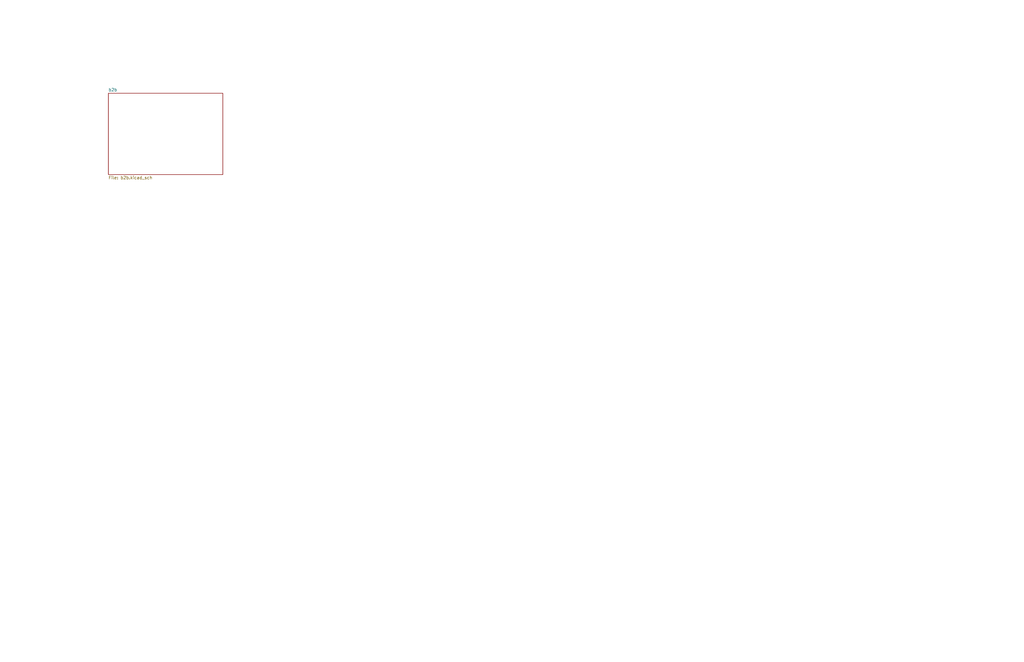
<source format=kicad_sch>
(kicad_sch
	(version 20231120)
	(generator "eeschema")
	(generator_version "8.0")
	(uuid "1d881721-6b5c-40e4-ad82-ad7aa7534091")
	(paper "USLedger")
	(lib_symbols)
	(sheet
		(at 45.72 39.37)
		(size 48.26 34.29)
		(fields_autoplaced yes)
		(stroke
			(width 0.1524)
			(type solid)
		)
		(fill
			(color 0 0 0 0.0000)
		)
		(uuid "b81bd18d-00fb-4768-9a2f-8fa5d0532b88")
		(property "Sheetname" "b2b"
			(at 45.72 38.6584 0)
			(effects
				(font
					(size 1.27 1.27)
				)
				(justify left bottom)
			)
		)
		(property "Sheetfile" "b2b.kicad_sch"
			(at 45.72 74.2446 0)
			(effects
				(font
					(size 1.27 1.27)
				)
				(justify left top)
			)
		)
		(instances
			(project "breakout-stackthrough"
				(path "/1d881721-6b5c-40e4-ad82-ad7aa7534091"
					(page "2")
				)
			)
		)
	)
	(sheet_instances
		(path "/"
			(page "1")
		)
	)
)

</source>
